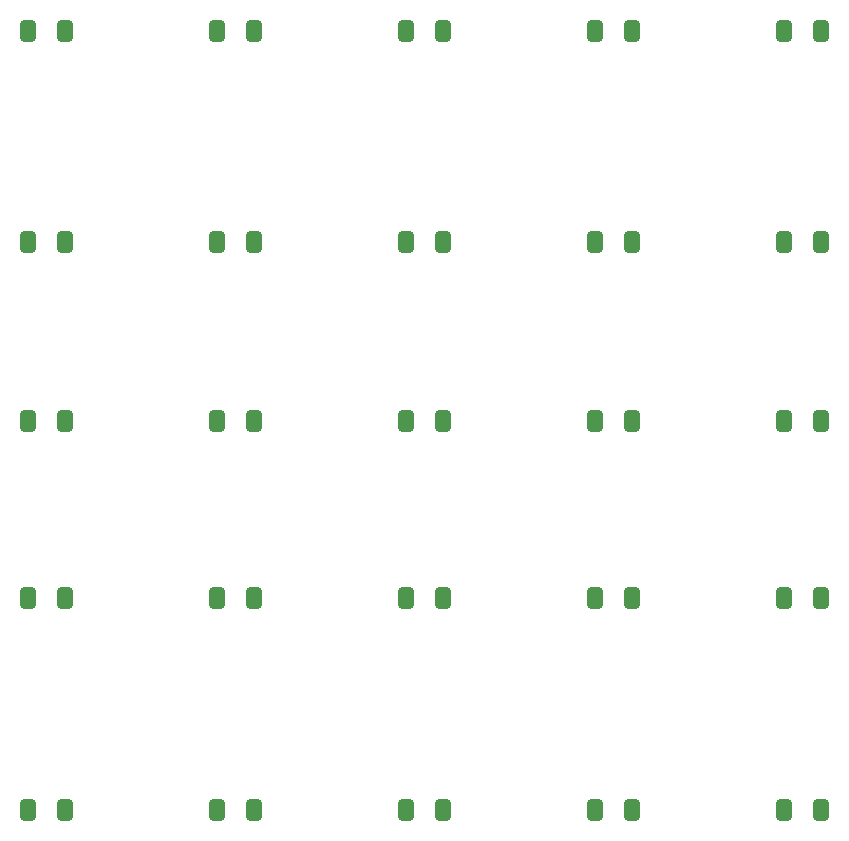
<source format=gbr>
%TF.GenerationSoftware,KiCad,Pcbnew,8.0.2*%
%TF.CreationDate,2024-07-20T19:47:13-05:00*%
%TF.ProjectId,pixel_grid,70697865-6c5f-4677-9269-642e6b696361,rev?*%
%TF.SameCoordinates,Original*%
%TF.FileFunction,Paste,Bot*%
%TF.FilePolarity,Positive*%
%FSLAX46Y46*%
G04 Gerber Fmt 4.6, Leading zero omitted, Abs format (unit mm)*
G04 Created by KiCad (PCBNEW 8.0.2) date 2024-07-20 19:47:13*
%MOMM*%
%LPD*%
G01*
G04 APERTURE LIST*
G04 Aperture macros list*
%AMRoundRect*
0 Rectangle with rounded corners*
0 $1 Rounding radius*
0 $2 $3 $4 $5 $6 $7 $8 $9 X,Y pos of 4 corners*
0 Add a 4 corners polygon primitive as box body*
4,1,4,$2,$3,$4,$5,$6,$7,$8,$9,$2,$3,0*
0 Add four circle primitives for the rounded corners*
1,1,$1+$1,$2,$3*
1,1,$1+$1,$4,$5*
1,1,$1+$1,$6,$7*
1,1,$1+$1,$8,$9*
0 Add four rect primitives between the rounded corners*
20,1,$1+$1,$2,$3,$4,$5,0*
20,1,$1+$1,$4,$5,$6,$7,0*
20,1,$1+$1,$6,$7,$8,$9,0*
20,1,$1+$1,$8,$9,$2,$3,0*%
G04 Aperture macros list end*
%ADD10RoundRect,0.250000X0.412500X0.650000X-0.412500X0.650000X-0.412500X-0.650000X0.412500X-0.650000X0*%
G04 APERTURE END LIST*
D10*
%TO.C,C25*%
X100062500Y-99500000D03*
X96937500Y-99500000D03*
%TD*%
%TO.C,C24*%
X84062500Y-99500000D03*
X80937500Y-99500000D03*
%TD*%
%TO.C,C23*%
X68062500Y-99500000D03*
X64937500Y-99500000D03*
%TD*%
%TO.C,C22*%
X52062500Y-99500000D03*
X48937500Y-99500000D03*
%TD*%
%TO.C,C21*%
X36062500Y-99500000D03*
X32937500Y-99500000D03*
%TD*%
%TO.C,C20*%
X100062500Y-81500000D03*
X96937500Y-81500000D03*
%TD*%
%TO.C,C19*%
X84062500Y-81500000D03*
X80937500Y-81500000D03*
%TD*%
%TO.C,C18*%
X68062500Y-81500000D03*
X64937500Y-81500000D03*
%TD*%
%TO.C,C17*%
X52062500Y-81500000D03*
X48937500Y-81500000D03*
%TD*%
%TO.C,C16*%
X36062500Y-81500000D03*
X32937500Y-81500000D03*
%TD*%
%TO.C,C15*%
X100062500Y-66500000D03*
X96937500Y-66500000D03*
%TD*%
%TO.C,C14*%
X84062500Y-66500000D03*
X80937500Y-66500000D03*
%TD*%
%TO.C,C13*%
X68062500Y-66500000D03*
X64937500Y-66500000D03*
%TD*%
%TO.C,C12*%
X52062500Y-66500000D03*
X48937500Y-66500000D03*
%TD*%
%TO.C,C11*%
X36062500Y-66500000D03*
X32937500Y-66500000D03*
%TD*%
%TO.C,C10*%
X100062500Y-51400000D03*
X96937500Y-51400000D03*
%TD*%
%TO.C,C9*%
X84062500Y-51400000D03*
X80937500Y-51400000D03*
%TD*%
%TO.C,C8*%
X68062500Y-51400000D03*
X64937500Y-51400000D03*
%TD*%
%TO.C,C7*%
X52062500Y-51400000D03*
X48937500Y-51400000D03*
%TD*%
%TO.C,C6*%
X36062500Y-51400000D03*
X32937500Y-51400000D03*
%TD*%
%TO.C,C5*%
X100062500Y-33500000D03*
X96937500Y-33500000D03*
%TD*%
%TO.C,C4*%
X84062500Y-33500000D03*
X80937500Y-33500000D03*
%TD*%
%TO.C,C3*%
X68062500Y-33500000D03*
X64937500Y-33500000D03*
%TD*%
%TO.C,C2*%
X52062500Y-33500000D03*
X48937500Y-33500000D03*
%TD*%
%TO.C,C1*%
X36062500Y-33500000D03*
X32937500Y-33500000D03*
%TD*%
M02*

</source>
